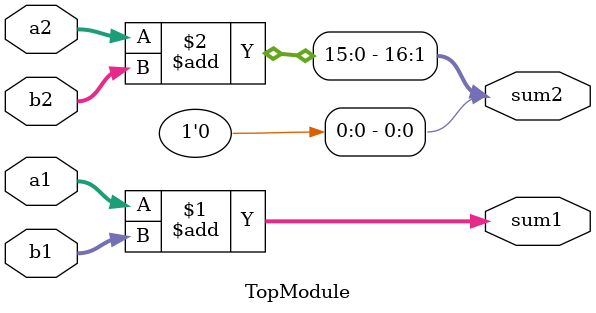
<source format=v>
module TopModule(	// /tmp/tmp.npUSk6z1dD/7345_FlattenRTL_tests_regression__adder_param_adder.cleaned.mlir:2:3
  input  [7:0]  a1,	// /tmp/tmp.npUSk6z1dD/7345_FlattenRTL_tests_regression__adder_param_adder.cleaned.mlir:2:27
                b1,	// /tmp/tmp.npUSk6z1dD/7345_FlattenRTL_tests_regression__adder_param_adder.cleaned.mlir:2:40
  input  [15:0] a2,	// /tmp/tmp.npUSk6z1dD/7345_FlattenRTL_tests_regression__adder_param_adder.cleaned.mlir:2:53
                b2,	// /tmp/tmp.npUSk6z1dD/7345_FlattenRTL_tests_regression__adder_param_adder.cleaned.mlir:2:67
  output [7:0]  sum1,	// /tmp/tmp.npUSk6z1dD/7345_FlattenRTL_tests_regression__adder_param_adder.cleaned.mlir:2:82
  output [16:0] sum2	// /tmp/tmp.npUSk6z1dD/7345_FlattenRTL_tests_regression__adder_param_adder.cleaned.mlir:2:97
);

  assign sum1 = a1 + b1;	// /tmp/tmp.npUSk6z1dD/7345_FlattenRTL_tests_regression__adder_param_adder.cleaned.mlir:4:10, :7:5
  assign sum2 = {a2 + b2, 1'h0};	// /tmp/tmp.npUSk6z1dD/7345_FlattenRTL_tests_regression__adder_param_adder.cleaned.mlir:3:14, :5:10, :6:10, :7:5
endmodule


</source>
